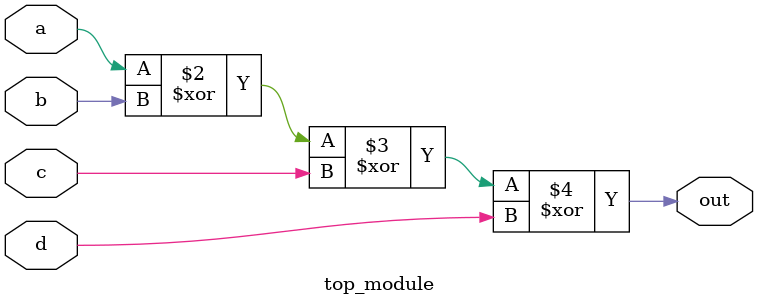
<source format=sv>
module top_module (
	input a, 
	input b,
	input c,
	input d,
	output reg out
);
	always @(*) begin
		// Calculate the output as XOR of all inputs
		out = a ^ b ^ c ^ d;
	end
endmodule

</source>
